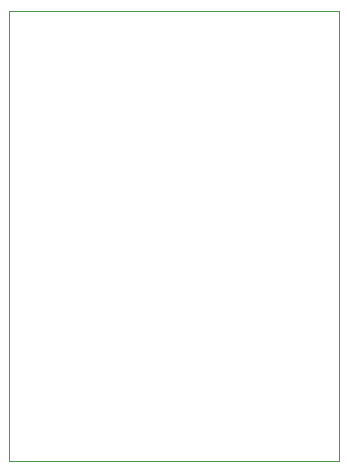
<source format=gbr>
%TF.GenerationSoftware,KiCad,Pcbnew,5.1.4-3.fc31*%
%TF.CreationDate,2019-11-27T18:40:14+01:00*%
%TF.ProjectId,SSOP-28_5.3x10.2mm_P0.65,53534f50-2d32-4385-9f35-2e337831302e,1.0*%
%TF.SameCoordinates,PX791ddc0PY6350ce0*%
%TF.FileFunction,Profile,NP*%
%FSLAX46Y46*%
G04 Gerber Fmt 4.6, Leading zero omitted, Abs format (unit mm)*
G04 Created by KiCad (PCBNEW 5.1.4-3.fc31) date 2019-11-27 18:40:14*
%MOMM*%
%LPD*%
G04 APERTURE LIST*
%ADD10C,0.050000*%
G04 APERTURE END LIST*
D10*
X0Y0D02*
X0Y38100000D01*
X27940000Y0D02*
X0Y0D01*
X27940000Y38100000D02*
X27940000Y0D01*
X0Y38100000D02*
X27940000Y38100000D01*
M02*

</source>
